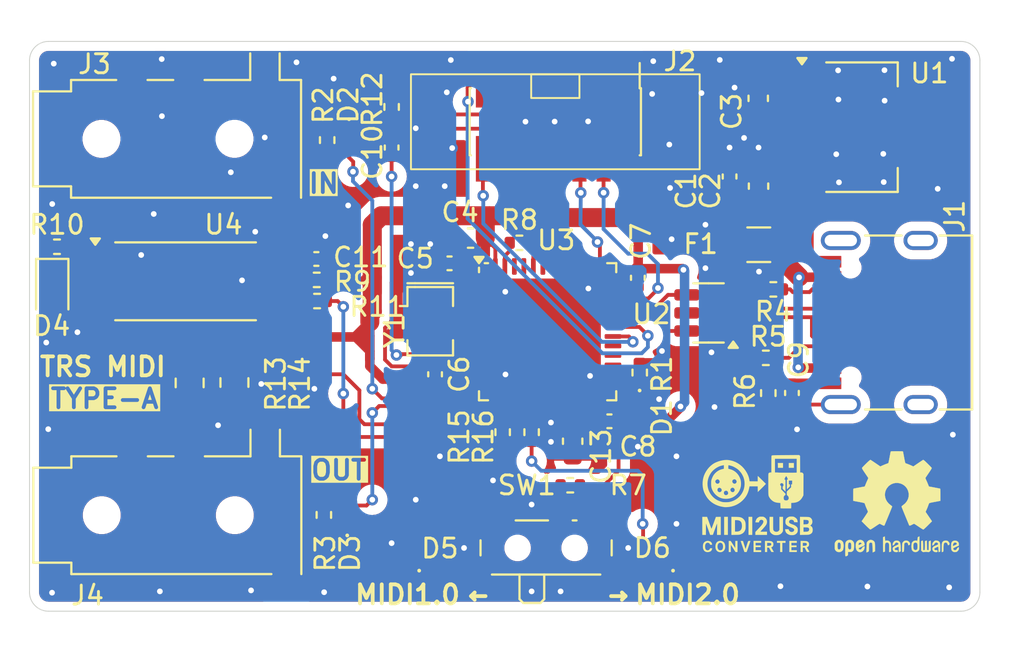
<source format=kicad_pcb>
(kicad_pcb (version 20240108) (generator "pcbnew") (generator_version "8.0")
  (layers (0 "F.Cu" signal) (31 "B.Cu" signal) (34 "B.Paste" user) (35 "F.Paste" user) (36 "B.SilkS" user "B.Silkscreen") (37 "F.SilkS" user "F.Silkscreen") (38 "B.Mask" user) (39 "F.Mask" user) (44 "Edge.Cuts" user))
  (net 0 "")
  (net 1 "+5V")
  (net 2 "GND")
  (net 3 "+3.3V")
  (net 4 "Net-(J1-SHIELD)")
  (net 5 "NRST")
  (net 6 "Net-(D1-K)")
  (net 7 "Net-(D2-K)")
  (net 8 "RxLED")
  (net 9 "TxLED")
  (net 10 "Net-(D3-K)")
  (net 11 "Net-(D4-A)")
  (net 12 "Net-(D4-K)")
  (net 13 "VBUS")
  (net 14 "Net-(J1-CC2)")
  (net 16 "/D-")
  (net 17 "Net-(J1-CC1)")
  (net 19 "/D+")
  (net 21 "USART1_TX")
  (net 23 "SYS_SWCLK")
  (net 25 "USART1_RX")
  (net 27 "SYS_SWDIO")
  (net 29 "Net-(J2-GNDDetect)")
  (net 32 "Net-(J3-PadR1)")
  (net 33 "Net-(J4-PadT)")
  (net 34 "Net-(J4-PadR1)")
  (net 35 "SETUP")
  (net 36 "Net-(U3-BOOT0)")
  (net 37 "MIDI_IN")
  (net 38 "MIDI_OUT")
  (net 39 "M1LED")
  (net 40 "USB_D+")
  (net 41 "USB_D-")
  (net 44 "Net-(U3-VCAP1)")
  (net 46 "Net-(U3-PH0)")
  (net 63 "Net-(U3-PH1)")
  (net 68 "Net-(U4-VO)")
  (net 69 "M2LED")
  (net 70 "Net-(D5-A)")
  (net 71 "Net-(D6-A)")
  (footprint "LED_SMD:LED_0402_1005Metric" (layer "F.Cu") (at 157.0975 119.47 -90)
    (property "Reference" "D1")
    (property "Value" "Green")
  )
  (footprint "Capacitor_SMD:C_0402_1005Metric" (layer "F.Cu") (at 161.83 107.112 90)
    (property "Reference" "C1")
    (property "Value" "0.1u")
  )
  (footprint "Resistor_SMD:R_0402_1005Metric" (layer "F.Cu") (at 150.7725 110.605 180)
    (property "Reference" "R8")
    (property "Value" "10k")
  )
  (footprint "Diode_SMD:D_SOD-323" (layer "F.Cu") (at 126.195 113.06 -90)
    (property "Reference" "D4")
    (property "Value" "1N4148WS")
  )
  (footprint "LED_SMD:LED_0402_1005Metric" (layer "F.Cu") (at 141.715 124.92 90)
    (property "Reference" "D3")
    (property "Value" "Green")
  )
  (footprint "Symbol:OSHW-Logo2_7.3x6mm_SilkScreen" (layer "F.Cu") (at 170.63 124.335)
    (property "Reference" "REF**" (hide yes))
    (property "Value" "OSHW-Logo2_7.3x6mm_SilkScreen" (hide yes))
  )
  (footprint "Resistor_SMD:R_0402_1005Metric" (layer "F.Cu") (at 140.66 105.195 -90)
    (property "Reference" "R2")
    (property "Value" "1k")
  )
  (footprint "Resistor_SMD:R_0402_1005Metric" (layer "F.Cu") (at 153.448 123.368)
    (property "Reference" "R7")
    (property "Value" "10k")
  )
  (footprint "Crystal:Resonator_SMD_Murata_CSTxExxV-3Pin_3.0x1.1mm" (layer "F.Cu") (at 146.082 114.732 -90)
    (property "Reference" "Y1")
    (property "Value" "8MHz")
  )
  (footprint "Capacitor_SMD:C_0402_1005Metric" (layer "F.Cu") (at 157.004 112.446 90)
    (property "Reference" "C7")
    (property "Value" "0.1u")
  )
  (footprint "Resistor_SMD:R_0402_1005Metric" (layer "F.Cu") (at 126.445 110.81 180)
    (property "Reference" "R10")
    (property "Value" "220")
  )
  (footprint "LED_SMD:LED_0402_1005Metric" (layer "F.Cu") (at 141.81 105.185 -90)
    (property "Reference" "D2")
    (property "Value" "Green")
  )
  (footprint "Resistor_SMD:R_0402_1005Metric" (layer "F.Cu") (at 140.13 113.67)
    (property "Reference" "R11")
    (property "Value" "100")
  )
  (footprint "Resistor_SMD:R_0805_2012Metric" (layer "F.Cu") (at 133.425 117.98 -90)
    (property "Reference" "R13")
    (property "Value" "33")
  )
  (footprint "LED_SMD:LED_0402_1005Metric" (layer "F.Cu") (at 157.766 127.864 180)
    (property "Reference" "D6")
    (property "Value" "Blue")
  )
  (footprint "Package_TO_SOT_SMD:SOT-223-3_TabPin2" (layer "F.Cu") (at 168.7675 104.515)
    (property "Reference" "U1")
    (property "Value" "NCP1117-3.3_SOT223")
  )
  (footprint "Resistor_SMD:R_0402_1005Metric" (layer "F.Cu") (at 140.11 112.555 180)
    (property "Reference" "R9")
    (property "Value" "1.5k")
  )
  (footprint "Capacitor_SMD:C_0603_1608Metric" (layer "F.Cu") (at 153.575 121.05 -90)
    (property "Reference" "C13")
    (property "Value" "2.2u")
  )
  (footprint "Connector_Audio:Jack_3.5mm_PJ320D_Horizontal" (layer "F.Cu") (at 133.575 124.945)
    (property "Reference" "J4")
    (property "Value" "AudioJack4")
  )
  (footprint "Resistor_SMD:R_0402_1005Metric" (layer "F.Cu") (at 149.892 120.574 -90)
    (property "Reference" "R15")
    (property "Value" "1.5k")
  )
  (footprint "Capacitor_SMD:C_0402_1005Metric" (layer "F.Cu") (at 146.336 117.526 -90)
    (property "Reference" "C6")
    (property "Value" "0.1u")
  )
  (footprint "Capacitor_SMD:C_0402_1005Metric" (layer "F.Cu") (at 155.51 120)
    (property "Reference" "C8")
    (property "Value" "0.1u")
  )
  (footprint "LED_SMD:LED_0402_1005Metric" (layer "F.Cu") (at 146.59 127.864)
    (property "Reference" "D5")
    (property "Value" "Red")
  )
  (footprint "Capacitor_SMD:C_0402_1005Metric" (layer "F.Cu") (at 165.1125 118.51 -90)
    (property "Reference" "C9")
    (property "Value" "4.7nF")
  )
  (footprint "Resistor_SMD:R_0402_1005Metric" (layer "F.Cu") (at 164.1325 113.055 180)
    (property "Reference" "R4")
    (property "Value" "5.1k")
  )
  (footprint "Button_Switch_SMD:SW_SPDT_PCM12" (layer "F.Cu") (at 152.178 126.34)
    (property "Reference" "SW1")
    (property "Value" "SW_SPDT_312")
  )
  (footprint "Package_DFN_QFN:QFN-48-1EP_7x7mm_P0.5mm_EP5.6x5.6mm" (layer "F.Cu") (at 152.2575 115.285)
    (property "Reference" "U3")
    (property "Value" "STM32F401CBU6")
  )
  (footprint "Package_SO:SO-6L_10x3.84mm_P1.27mm" (layer "F.Cu") (at 133.21 112.63)
    (property "Reference" "U4")
    (property "Value" "TLP2768A(D4-TP,E(T")
  )
  (footprint "Connector_USB:USB_C_Receptacle_G-Switch_GT-USB-7010ASV" (layer "F.Cu") (at 170.8075 114.8 90)
    (property "Reference" "J1")
    (property "Value" "USB_C_Receptacle_USB2.0_16P")
  )
  (footprint "Capacitor_SMD:C_0603_1608Metric" (layer "F.Cu") (at 163.354 107.62 90)
    (property "Reference" "C2")
    (property "Value" "10u")
  )
  (footprint "Resistor_SMD:R_0402_1005Metric" (layer "F.Cu") (at 144.05 103.45 -90)
    (property "Reference" "R12")
    (property "Value" "100")
  )
  (footprint "Resistor_SMD:R_0402_1005Metric" (layer "F.Cu") (at 151.416 120.574 -90)
    (property "Reference" "R16")
    (property "Value" "1.5k")
  )
  (footprint "Package_TO_SOT_SMD:SOT-23-6" (layer "F.Cu") (at 160.7225 114.295 180)
    (property "Reference" "U2")
    (property "Value" "USBLC6-2SC6")
  )
  (footprint "Fuse:Fuse_1206_3216Metric" (layer "F.Cu") (at 163.3675 110.705 180)
    (property "Reference" "F1")
    (property "Value" "6V 2.0A")
  )
  (footprint "Capacitor_SMD:C_0402_1005Metric" (layer "F.Cu") (at 140.09 111.455 180)
    (property "Reference" "C11")
    (property "Value" "0.1u")
  )
  (footprint "Capacitor_SMD:C_0402_1005Metric" (layer "F.Cu") (at 147.098 111.684)
    (property "Reference" "C5")
    (property "Value" "0.1u")
  )
  (footprint "Capacitor_SMD:C_0603_1608Metric" (layer "F.Cu") (at 163.3375 102.9975 90)
    (property "Reference" "C3")
    (property "Value" "10u")
  )
  (footprint "logo:midi2usb_logo" (layer "F.Cu") (at 163.25852 124.429967)
    (property "Reference" "G***" (hide yes))
    (property "Value" "LOGO" (hide yes))
  )
  (footprint "Resistor_SMD:R_0402_1005Metric" (layer "F.Cu") (at 163.7375 116.66 180)
    (property "Reference" "R5")
    (property "Value" "5.1k")
  )
  (footprint "Resistor_SMD:R_0402_1005Metric" (layer "F.Cu") (at 157.1025 117.435 90)
    (property "Reference" "R1")
    (property "Value" "1k")
  )
  (footprint "Resistor_SMD:R_0805_2012Metric" (layer "F.Cu") (at 135.78 117.96 -90)
    (property "Reference" "R14")
    (property "Value" "10")
  )
  (footprint "Capacitor_SMD:C_0603_1608Metric" (layer "F.Cu") (at 148.2025 110.355)
    (property "Reference" "C4")
    (property "Value" "4.7u")
  )
  (footprint "Resistor_SMD:R_0402_1005Metric" (layer "F.Cu") (at 140.485 124.93 90)
    (property "Reference" "R3")
    (property "Value" "1k")
  )
  (footprint "Connector_Audio:Jack_3.5mm_PJ320D_Horizontal" (layer "F.Cu") (at 133.56 105.13)
    (property "Reference" "J3")
    (property "Value" "AudioJack4")
  )
  (footprint "STDC14_SMD:STDC14_SMD" (layer "F.Cu") (at 152.6625 104.23 -90)
    (property "Reference" "J2")
    (property "Value" "Conn_ST_STDC14")
  )
  (footprint "Resistor_SMD:R_0402_1005Metric" (layer "F.Cu") (at 163.8675 118.515 -90)
    (property "Reference" "R6")
    (property "Value" "1M")
  )
  (footprint "Capacitor_SMD:C_0402_1005Metric" (layer "F.Cu") (at 144.05 105.588 90)
    (property "Reference" "C10")
    (property "Value" "0.1u")
  )
  (gr_arc (start 175 129) (mid 174.707107 129.707107) (end 174 130) (stroke (width 0.05)) (layer "Edge.Cuts"))
  (gr_arc (start 174 100) (mid 174.707107 100.292893) (end 175 101) (stroke (width 0.05)) (layer "Edge.Cuts"))
  (gr_line (start 125 129) (end 125 101) (stroke (width 0.05)) (layer "Edge.Cuts"))
  (gr_arc (start 125 101) (mid 125.292893 100.292893) (end 126 100) (stroke (width 0.05)) (layer "Edge.Cuts"))
  (gr_line (start 175 101) (end 175 129) (stroke (width 0.05)) (layer "Edge.Cuts"))
  (gr_line (start 126 100) (end 174 100) (stroke (width 0.05)) (layer "Edge.Cuts"))
  (gr_arc (start 126 130) (mid 125.292893 129.707107) (end 125 129) (stroke (width 0.05)) (layer "Edge.Cuts"))
  (gr_line (start 174 130) (end 126 130) (stroke (width 0.05)) (layer "Edge.Cuts"))
  (gr_text "MIDI2.0" (at 156.75 129.718 0) (layer "F.SilkS") (effects (font (size 1 1) (thickness 0.2) (bold yes)) (justify left bottom)))
  (gr_text "→" (at 155.226 129.718 0) (layer "F.SilkS") (effects (font (size 1 1) (thickness 0.2) (bold yes)) (justify left bottom)))
  (gr_text "←" (at 147.86 129.718 0) (layer "F.SilkS") (effects (font (size 1 1) (thickness 0.2) (bold yes)) (justify left bottom)))
  (gr_text "MIDI1.0" (at 142.018 129.718 0) (layer "F.SilkS") (effects (font (size 1 1) (thickness 0.2) (bold yes)) (justify left bottom)))
  (gr_text "IN" (at 139.585 108.065 0) (layer "F.SilkS" knockout) (effects (font (size 1 1) (thickness 0.2) (bold yes)) (justify left bottom)))
  (gr_text "OUT" (at 139.71 123.16 0) (layer "F.SilkS" knockout) (effects (font (size 1 1) (thickness 0.2) (bold yes)) (justify left bottom)))
  (gr_text "TRS MIDI" (at 125.44 117.715 0) (layer "F.SilkS") (effects (font (size 1 1) (thickness 0.2) (bold yes)) (justify left bottom)))
  (gr_text "TYPE-A" (at 126.01 119.395 0) (layer "F.SilkS" knockout) (effects (font (size 1 1) (thickness 0.2) (bold yes)) (justify left bottom)))
  (segment (start 160.7375 113.804999) (end 160.7375 113.0225) (width 0.2) (layer "F.Cu") (net 1))
  (segment (start 161.83 108.4925) (end 161.9475 108.61) (width 0.5) (layer "F.Cu") (net 1))
  (segment (start 165.3425 108.61) (end 165.6175 108.335) (width 0.2) (layer "F.Cu") (net 1))
  (segment (start 161.83 107.592) (end 161.83 108.4925) (width 0.5) (layer "F.Cu") (net 1))
  (segment (start 165.6175 106.815) (end 165.6175 108.335) (width 0.2) (layer "F.Cu") (net 1))
  (segment (start 159.585 114.295) (end 160.247499 114.295) (width 0.2) (layer "F.Cu") (net 1))
  (segment (start 165.6175 106.815) (end 165.6175 108.16) (width 0.2) (layer "F.Cu") (net 1))
  (segment (start 160.247499 114.295) (end 160.7375 113.804999) (width 0.2) (layer "F.Cu") (net 1))
  (segment (start 161.9475 108.61) (end 165.3425 108.61) (width 0.2) (layer "F.Cu") (net 1))
  (segment (start 161.9675 108.63) (end 161.9475 108.61) (width 1) (layer "F.Cu") (net 1))
  (segment (start 161.9675 110.705) (end 161.9675 108.63) (width 1) (layer "F.Cu") (net 1))
  (segment (start 161.9675 111.7925) (end 161.9675 110.705) (width 0.2) (layer "F.Cu") (net 1))
  (segment (start 165.6175 108.185) (end 165.6175 106.815) (width 1) (layer "F.Cu") (net 1))
  (segment (start 165.25375 108.67125) (end 165.1925 108.61) (width 0.2) (layer "F.Cu") (net 1))
  (segment (start 161.9475 110.685) (end 161.9675 110.705) (width 0.2) (layer "F.Cu") (net 1))
  (segment (start 160.7375 113.0225) (end 161.9675 111.7925) (width 0.2) (layer "F.Cu") (net 1))
  (segment (start 165.1925 108.61) (end 165.6175 108.185) (width 1) (layer "F.Cu") (net 1))
  (segment (start 161.9475 108.61) (end 165.1925 108.61) (width 1) (layer "F.Cu") (net 1))
  (segment (start 154.49 117.61) (end 154.5075 117.535) (width 0.2) (layer "F.Cu") (net 2))
  (segment (start 156.433186 112.935) (end 156.442186 112.926) (width 0.2) (layer "F.Cu") (net 2))
  (segment (start 148.138686 116.035) (end 148.82 116.035) (width 0.2) (layer "F.Cu") (net 2))
  (segment (start 152.1625 115.38) (end 152.195 115.38) (width 0.2) (layer "F.Cu") (net 2))
  (segment (start 136.255 113.9) (end 132.59 113.9) (width 0.2) (layer "F.Cu") (net 2))
  (segment (start 155.03 121.024) (end 155.03 120) (width 0.2) (layer "F.Cu") (net 2))
  (segment (start 154.5075 117.535) (end 152.2575 115.285) (width 0.2) (layer "F.Cu") (net 2))
  (segment (start 150.1525 113.18) (end 152.2575 115.285) (width 0.2) (layer "F.Cu") (net 2))
  (segment (start 146.59 110.668) (end 146.59 111.176) (width 0.2) (layer "F.Cu") (net 2))
  (segment (start 165.36 101.04) (end 165.6175 101.2975) (width 0.2) (layer "F.Cu") (net 2))
  (segment (start 151.5075 116.035) (end 152.1625 115.38) (width 0.2) (layer "F.Cu") (net 2))
  (segment (start 149.928 123.658) (end 149.384 123.114) (width 0.2) (layer "F.Cu") (net 2))
  (segment (start 161.86 114.295) (end 161.1625 114.295) (width 0.2) (layer "F.Cu") (net 2))
  (segment (start 153.575 121.825) (end 154.737 121.825) (width 0.2) (layer "F.Cu") (net 2))
  (segment (start 150.0075 112.975) (end 149.9875 112.995) (width 0.2) (layer "F.Cu") (net 2))
  (segment (start 154.972 121.082) (end 155.03 121.024) (width 0.2) (layer "F.Cu") (net 2))
  (segment (start 149.9875 112.995) (end 150.0075 113.015) (width 0.2) (layer "F.Cu") (net 2))
  (segment (start 136.18 112.58) (end 136.18 113.825) (width 0.2) (layer "F.Cu") (net 2))
  (segment (start 137.375 105.055) (end 138.925 105.055) (width 0.2) (layer "F.Cu") (net 2))
  (segment (start 150.0075 113.015) (end 150.0075 113.035) (width 0.2) (layer "F.Cu") (net 2))
  (segment (start 145.066 111.684) (end 146.618 111.684) (width 0.2) (layer "F.Cu") (net 2))
  (segment (start 163.3825 112.165) (end 163.4575 112.24) (width 0.2) (layer "F.Cu") (net 2))
  (segment (start 154.5075 119.6015) (end 154.5075 118.7225) (width 0.2) (layer "F.Cu") (net 2))
  (segment (start 165.61 102.2225) (end 165.6175 102.215) (width 0.2) (layer "F.Cu") (net 2))
  (segment (start 161.38 101.04) (end 165.36 101.04) (width 0.2) (layer "F.Cu") (net 2))
  (segment (start 163.3375 102.2225) (end 162.27 102.2225) (width 0.5) (layer "F.Cu") (net 2))
  (segment (start 167.0825 111.6) (end 166.32 111.6) (width 0.5) (layer "F.Cu") (net 2))
  (segment (start 145.19 104.12) (end 145.19 104.83) (width 0.2) (layer "F.Cu") (net 2))
  (segment (start 152.195 115.3475) (end 152.2575 115.285) (width 0.2) (layer "F.Cu") (net 2))
  (segment (start 147.127686 117.046) (end 146.336 117.046) (width 0.2) (layer "F.Cu") (net 2))
  (segment (start 154.5075 118.7225) (end 154.5075 117.6275) (width 0.2) (layer "F.Cu") (net 2))
  (segment (start 132.59 113.9) (end 132.165 114.325) (width 0.2) (layer "F.Cu") (net 2))
  (segment (start 147.127686 117.046) (end 148.138686 116.035) (width 0.2) (layer "F.Cu") (net 2))
  (segment (start 165.96 109.41) (end 166.08 109.53) (width 0.2) (layer "F.Cu") (net 2))
  (segment (start 156.4175 112.935) (end 156.3175 113.035) (width 0.2) (layer "F.Cu") (net 2))
  (segment (start 144.055471 117.11) (end 145.482 117.11) (width 0.2) (layer "F.Cu") (net 2))
  (segment (start 150.0075 111.29) (end 150.2625 111.035) (width 0.2) (layer "F.Cu") (net 2))
  (segment (start 157.7075 100.7) (end 157.7175 100.71) (width 0.2) (layer "F.Cu") (net 2))
  (segment (start 163.37 109.72) (end 163.37 112.1125) (width 0.2) (layer "F.Cu") (net 2))
  (segment (start 149.928 124.91) (end 149.928 123.658) (width 0.2) (layer "F.Cu") (net 2))
  (segment (start 163.3825 112.18) (end 163.3825 112.165) (width 0.2) (layer "F.Cu") (net 2))
  (segment (start 167.0825 118) (end 163.8725 118) (width 0.5) (layer "F.Cu") (net 2))
  (segment (start 157.1025 116.925) (end 159.5675 116.925) (width 0.2) (layer "F.Cu") (net 2))
  (segment (start 146.336 117.046) (end 145.546 117.046) (width 0.2) (layer "F.Cu") (net 2))
  (segment (start 156.442186 112.926) (end 157.004 112.926) (width 0.2) (layer "F.Cu") (net 2))
  (segment (start 154.425 113.035) (end 154.4 113.01) (width 0.2) (layer "F.Cu") (net 2))
  (segment (start 159.5675 116.925) (end 160.8975 115.595) (width 0.2) (layer "F.Cu") (net 2))
  (segment (start 157.815 101.04) (end 161.25 101.04) (width 0.2) (layer "F.Cu") (net 2))
  (segment (start 144.055471 117.11) (end 143.704 116.758529) (width 0.2) (layer "F.Cu") (net 2))
  (segment (start 163.354 105.588) (end 163.354 106.845) (width 0.5) (layer "F.Cu") (net 2))
  (segment (start 166.32 111.6) (end 166.005 111.285) (width 0.5) (layer "F.Cu") (net 2))
  (segment (start 163.56 109.53) (end 163.37 109.72) (width 0.2) (layer "F.Cu") (net 2))
  (segment (start 154.1125 100.7) (end 157.7075 100.7) (width 0.2) (layer "F.Cu") (net 2))
  (segment (start 145.03 103.96) (end 145.19 104.12) (width 0.2) (layer "F.Cu") (net 2))
  (segment (start 145.546 117.046) (end 145.482 117.11) (width 0.2) (layer "F.Cu") (net 2))
  (segment (start 140.57 110.255) (end 140.565 110.25) (width 0.2) (layer "F.Cu") (net 2))
  (segment (start 138.5 128.195) (end 138.5 125.06) (width 0.2) (layer "F.Cu") (net 2))
  (segment (start 162.0675 102.425) (end 162.1225 102.37) (width 0.5) (layer "F.Cu") (net 2))
  (segment (start 140.57 111.455) (end 140.57 110.255) (width 0.2) (layer "F.Cu") (net 2))
  (segment (start 160.8975 115.595) (end 161.9675 116.665) (width 0.2) (layer "F.Cu") (net 2))
  (segment (start 146.903 110.355) (end 146.59 110.668) (width 0.2) (layer "F.Cu") (net 2))
  (segment (start 154.5075 117.6275) (end 154.49 117.61) (width 0.2) (layer "F.Cu") (net 2))
  (segment (start 143.704 116.758529) (end 143.704 115.078) (width 0.2) (layer "F.Cu") (net 2))
  (segment (start 161.1625 114.295) (end 160.8975 114.56) (width 0.2) (layer "F.Cu") (net 2))
  (segment (start 146.618 111.204) (end 146.618 111.684) (width 0.2) (layer "F.Cu") (net 2))
  (segment (start 162.592 105.08) (end 163.1 105.588) (width 0.5) (layer "F.Cu") (net 2))
  (segment (start 152.195 115.38) (end 152.195 115.3475) (width 0.2) (layer "F.Cu") (net 2))
  (segment (start 132.165 114.325) (end 132.165 124.455) (width 0.2) (layer "F.Cu") (net 2))
  (segment (start 162.084 105.588) (end 162.592 105.08) (width 0.5) (layer "F.Cu") (net 2))
  (segment (start 157.7275 100.7) (end 157.815 101.04) (width 0.2) (layer "F.Cu") (net 2))
  (segment (start 163.8725 118) (end 163.8675 118.005) (width 0.5) (layer "F.Cu") (net 2))
  (segment (start 153.9325 100.88) (end 154.1125 100.7) (width 0.2) (layer "F.Cu") (net 2))
  (segment (start 136.18 113.825) (end 136.255 113.9) (width 0.2) (layer "F.Cu") (net 2))
  (segment (start 154.6225 112.875) (end 154.5075 113.035) (width 0.2) (layer "F.Cu") (net 2))
  (segment (start 144.05 114.732) (end 146.082 114.732) (width 0.2) (layer "F.Cu") (net 2))
  (segment (start 155.03 120) (end 154.906 120) (width 0.2) (layer "F.Cu") (net 2))
  (segment (start 150.0075 113.035) (end 150.03 113.0575) (width 0.2) (layer "F.Cu") (net 2))
  (segment (start 162.0925 102.43) (end 162.0675 102.425) (width 0.5) (layer "F.Cu") (net 2))
  (segment (start 148.82 116.035) (end 151.5075 116.035) (width 0.2) (layer "F.Cu") (net 2))
  (segment (start 163.1 105.588) (end 163.354 105.588) (width 0.5) (layer "F.Cu") (net 2))
  (segment (start 154.4 113.1425) (end 152.2575 115.285) (width 0.2) (layer "F.Cu") (net 2))
  (segment (start 156.3175 113.035) (end 155.695 113.035) (width 0.2) (layer "F.Cu") (net 2))
  (segment (start 162.27 102.2225) (end 162.0975 102.395) (width 0.5) (layer "F.Cu") (net 2))
  (segment (start 150.0075 111.8475) (end 150.0075 111.29) (width 0.2) (layer "F.Cu") (net 2))
  (segment (start 155.695 113.035) (end 154.425 113.035) (width 0.2) (layer "F.Cu") (net 2))
  (segment (start 163.56 109.5) (end 163.65 109.41) (width 0.2) (layer "F.Cu") (net 2))
  (segment (start 146.59 111.176) (end 146.618 111.204) (width 0.2) (layer "F.Cu") (net 2))
  (segment (start 154.6075 117.61) (end 154.49 117.61) (width 0.2) (layer "F.Cu") (net 2))
  (segment (start 161.9675 116.665) (end 161.9725 116.66) (width 0.2) (layer "F.Cu") (net 2))
  (segment (start 135.905 128.195) (end 138.5 128.195) (width 0.2) (layer "F.Cu") (net 2))
  (segment (start 138.925 105.055) (end 139.575 105.705) (width 0.2) (layer "F.Cu") (net 2))
  (segment (start 163.37 112.1125) (end 163.3775 112.12) (width 0.2) (layer "F.Cu") (net 2))
  (segment (start 163.3375 102.2225) (end 165.61 102.2225) (width 0.2) (layer "F.Cu") (net 2))
  (segment (start 144.05 112.7) (end 145.066 111.684) (width 0.2) (layer "F.Cu") (net 2))
  (segment (start 150.03 113.0575) (end 150.03 113.18) (width 0.2) (layer "F.Cu") (net 2))
  (segment (start 156.433186 112.935) (end 156.4175 112.935) (width 0.2) (layer "F.Cu") (net 2))
  (segment (start 152.6625 102.28) (end 153.9325 102.28) (width 0.2) (layer "F.Cu") (net 2))
  (segment (start 138.5 125.06) (end 139.14 124.42) (width 0.2) (layer "F.Cu") (net 2))
  (segment (start 143.935 103.96) (end 145.03 103.96) (width 0.2) (layer "F.Cu") (net 2))
  (segment (start 150.0075 111.8475) (end 150.0075 112.975) (width 0.2) (layer "F.Cu") (net 2))
  (segment (start 161.83 105.588) (end 162.084 105.588) (width 0.5) (layer "F.Cu") (net 2))
  (segment (start 154.906 120) (end 154.5075 119.6015) (width 0.2) (layer "F.Cu") (net 2))
  (segment (start 150.03 113.18) (end 150.1525 113.18) (width 0.2) (layer "F.Cu") (net 2))
  (segment (start 166.005 111.285) (end 166.005 109.605) (width 0.5) (layer "F.Cu") (net 2))
  (segment (start 161.25 101.04) (end 161.315 100.975) (width 0.2) (layer "F.Cu") (net 2))
  (segment (start 167.0825 111.6) (end 166.38 111.6) (width 0.2) (layer "F.Cu") (net 2))
  (segment (start 161.315 100.975) (end 161.38 101.04) (width 0.2) (layer "F.Cu") (net 2))
  (segment (start 160.8975 114.56) (end 160.8975 115.595) (width 0.2) (layer "F.Cu") (net 2))
  (segment (start 154.737 121.825) (end 154.972 121.59) (width 0.2) (layer "F.Cu") (net 2))
  (segment (start 139.14 124.42) (end 140.485 124.42) (width 0.2) (layer "F.Cu") (net 2))
  (segment (start 144.05 114.732) (end 144.05 112.7) (width 0.2) (layer "F.Cu") (net 2))
  (segment (start 162.0975 102.425) (end 162.0925 102.43) (width 0.5) (layer "F.Cu") (net 2))
  (segment (start 165.6175 101.2975) (end 165.6175 102.215) (width 0.2) (layer "F.Cu") (net 2))
  (segment (start 150.2625 111.035) (end 150.2625 110.605) (width 0.2) (layer "F.Cu") (net 2))
  (segment (start 143.704 115.078) (end 144.05 114.732) (width 0.2) (layer "F.Cu") (net 2))
  (segment (start 163.56 109.53) (end 163.56 109.5) (width 0.2) (layer "F.Cu") (net 2))
  (segment (start 147.4275 110.355) (end 146.903 110.355) (width 0.2) (layer "F.Cu") (net 2))
  (segment (start 154.5325 113.01) (end 154.4 113.01) (width 0.2) (layer "F.Cu") (net 2))
  (segment (start 157.7175 100.71) (end 157.7275 100.7) (width 0.2) (layer "F.Cu") (net 2))
  (segment (start 161.9725 116.66) (end 163.2275 116.66) (width 0.2) (layer "F.Cu") (net 2))
  (segment (start 161.83 106.632) (end 161.83 105.588) (width 0.5) (layer "F.Cu") (net 2))
  (segment (start 132.165 124.455) (end 135.905 128.195) (width 0.2) (layer "F.Cu") (net 2))
  (segment (start 154.972 121.59) (end 154.972 121.082) (width 0.2) (layer "F.Cu") (net 2))
  (segment (start 154.5075 113.035) (end 154.5325 113.01) (width 0.2) (layer "F.Cu") (net 2))
  (segment (start 163.6225 113.055) (end 163.6225 112.405) (width 0.2) (layer "F.Cu") (net 2))
  (segment (start 163.65 109.41) (end 165.96 109.41) (width 0.2) (layer "F.Cu") (net 2))
  (segment (start 137.955 113.88) (end 137.145 113.88) (width 0.2) (layer "F.Cu") (net 2))
  (segment (start 139.575 105.705) (end 140.66 105.705) (width 0.2) (layer "F.Cu") (net 2))
  (segment (start 163.6225 112.405) (end 163.3975 112.18) (width 0.2) (layer "F.Cu") (net 2))
  (segment (start 154.4 113.01) (end 154.4 113.1425) (width 0.2) (layer "F.Cu") (net 2))
  (segment (start 153.9325 102.28) (end 153.9325 100.88) (width 0.2) (layer "F.Cu") (net 2))
  (segment (start 163.3975 112.18) (end 163.3825 112.18) (width 0.2) (layer "F.Cu") (net 2))
  (segment (start 145.19 104.83) (end 145.26 104.9) (width 0.2) (layer "F.Cu") (net 2))
  (segment (start 137.96 113.9) (end 136.255 113.9) (width 0.2) (layer "F.Cu") (net 2))
  (segment (start 162.0975 102.395) (end 162.0975 102.425) (width 0.5) (layer "F.Cu") (net 2))
  (via (at 151.0925 104.225) (size 0.6) (drill 0.3) (layers "F.Cu" "B.Cu") (net 2))
  (via (at 173.5775 120.705) (size 0.6) (drill 0.3) (layers "F.Cu" "B.Cu") (net 2))
  (via (at 149.384 123.114) (size 0.6) (drill 0.3) (layers "F.Cu" "B.Cu") (net 2))
  (via (at 136.875 110.02) (size 0.6) (drill 0.3) (layers "F.Cu" "B.Cu") (net 2))
  (via (at 172.78 107.76) (size 0.6) (drill 0.3) (layers "F.Cu" "B.Cu") (net 2))
  (via (at 139.986 118.288) (size 0.6) (drill 0.3) (layers "F.Cu" "B.Cu") (net 2))
  (via (at 163.3775 112.12) (size 0.6) (drill 0.3) (layers "F.Cu" "B.Cu") (net 2))
  (via (at 151.416 128.956) (size 0.6) (drill 0.3) (layers "F.Cu" "B.Cu") (net 2))
  (via (at 134.92 120.21) (size 0.6) (drill 0.3) (layers "F.Cu" "B.Cu") (net 2))
  (via (at 131.535 109.085) (size 0.6) (drill 0.3) (layers "F.Cu" "B.Cu") (net 2))
  (via (at 127.52 115.31) (size 0.6) (drill 0.3) (layers "F.Cu" "B.Cu") (net 2))
  (via (at 161.315 100.975) (size 0.6) (drill 0.3) (layers "F.Cu" "B.Cu") (net 2))
  (via (at 139.045 101.1) (size 0.6) (drill 0.3) (layers "F.Cu" "B.Cu") (net 2))
  (via (at 126.195 108.56) (size 0.6) (drill 0.3) (layers "F.Cu" "B.Cu") (net 2))
  (via (at 161.0375 119.25) (size 0.6) (drill 0.3) (layers "F.Cu" "B.Cu") (net 2))
  (via (at 169.98 101.515) (size 0.6) (drill 0.3) (layers "F.Cu" "B.Cu") (net 2))
  (via (at 140.565 110.25) (size 0.6) (drill 0.3) (layers "F.Cu" "B.Cu") (net 2))
  (via (at 147.2375 105.615) (size 0.6) (drill 0.3) (layers "F.Cu" "B.Cu") (net 2))
  (via (at 152.6275 104.22) (size 0.6) (drill 0.3) (layers "F.Cu" "B.Cu") (net 2))
  (via (at 159.036 121.844) (size 0.6) (drill 0.3) (layers "F.Cu" "B.Cu") (net 2))
  (via (at 147.165 100.98) (size 0.6) (drill 0.3) (layers "F.Cu" "B.Cu") (net 2))
  (via (at 159.036 125.4) (size 0.6) (drill 0.3) (layers "F.Cu" "B.Cu") (net 2))
  (via (at 160.3525 102.72) (size 0.6) (drill 0.3) (layers "F.Cu" "B.Cu") (net 2))
  (via (at 125.985 120.415) (size 0.6) (drill 0.3) (layers "F.Cu" "B.Cu") (net 2))
  (via (at 140.5 129) (size 0.6) (drill 0.3) (layers "F.Cu" "B.Cu") (net 2))
  (via (at 152.432 120.066) (size 0.6) (drill 0.3) (layers "F.Cu" "B.Cu") (net 2))
  (via (at 146.59 121.844) (size 0.6) (drill 0.3) (layers "F.Cu" "B.Cu") (net 2))
  (via (at 131.955 100.93) (size 0.6) (drill 0.3) (layers "F.Cu" "B.Cu") (net 2))
  (via (at 144.05 126.416) (size 0.6) (drill 0.3) (layers "F.Cu" "B.Cu") (net 2))
  (via (at 161.83 105.588) (size 0.6) (drill 0.3) (layers "F.Cu" "B.Cu") (net 2))
  (via (at 160.8775 116.37) (size 0.6) (drill 0.3) (layers "F.Cu" "B.Cu") (net 2))
  (via (at 158.66 105.43) (size 0.6) (drill 0.3) (layers "F.Cu" "B.Cu") (net 2))
  (via (at 169.9175 105.92) (size 0.6) (drill 0.3) (layers "F.Cu" "B.Cu") (net 2))
  (via (at 137.192 118.034) (size 0.6) (drill 0.3) (layers "F.Cu" "B.Cu") (net 2))
  (via (at 158.7 107.715) (size 0.6) (drill 0.3) (layers "F.Cu" "B.Cu") (net 2))
  (via (at 167.585 107.42) (size 0.6) (drill 0.3) (layers "F.Cu" "B.Cu") (net 2))
  (via (at 147.86 126.67) (size 0.6) (drill 0.3) (layers "F.Cu" "B.Cu") (net 2))
  (via (at 152.432 121.082) (size 0.6) (drill 0.3) (layers "F.Cu" "B.Cu") (net 2))
  (via (at 126.185 129.025) (size 0.6) (drill 0.3) (layers "F.Cu" "B.Cu") (net 2))
  (via (at 137.375 105.055) (size 0.6) (drill 0.3) (layers "F.Cu" "B.Cu") (net 2))
  (via (at 162.0925 102.43) (size 0.6) (drill 0.3) (layers "F.Cu" "B.Cu") (net 2))
  (via (at 169.0825 128.7) (size 0.6) (drill 0.3) (layers "F.Cu" "B.Cu") (net 2))
  (via (at 135.59 106.89) (size 0.6) (drill 0.3) (layers "F.Cu" "B.Cu") (net 2))
  (via (at 145.066 110.668) (size 0.6) (drill 0.3) (layers "F.Cu" "B.Cu") (net 2))
  (via (at 158.782 110.414) (size 0.6) (drill 0.3) (layers "F.Cu" "B.Cu") (net 2))
  (via (at 173.3825 128.745) (size 0.6) (drill 0.3) (layers "F.Cu" "B.Cu") (net 2))
  (via (at 151.416 124.384) (size 0.6) (drill 0.3) (layers "F.Cu" "B.Cu") (net 2))
  (via (at 136.655 128.905) (size 0.6) (drill 0.3) (layers "F.Cu" "B.Cu") (net 2))
  (via (at 167.4425 105.94) (size 0.6) (drill 0.3) (layers "F.Cu" "B.Cu") (net 2))
  (via (at 169.9875 103.12) (size 0.6) (drill 0.3) (layers "F.Cu" "B.Cu") (net 2))
  (via (at 145.32 124.13) (size 0.6) (drill 0.3) (layers "F.Cu" "B.Cu") (net 2))
  (via (at 157.815 101.04) (size 0.6) (drill 0.3) (layers "F.Cu" "B.Cu") (net 2))
  (via (at 164.5075 128.685) (size 0.6) (drill 0.3) (layers "F.Cu" "B.Cu") (net 2))
  (via (at 160.56 111.938) (size 0.6) (drill 0.3) (layers "F.Cu" "B.Cu") (net 2))
  (via (at 163.354 105.588) (size 0.6) (drill 0.3) (layers "F.Cu" "B.Cu") (net 2))
  (via (at 126.275 101.17) (size 0.6) (drill 0.3) (layers "F.Cu" "B.Cu") (net 2))
  (via (at 157.004 121.336) (size 0.6) (drill 0.3) (layers "F.Cu" "B.Cu") (net 2))
  (via (at 150.03 113.18) (size 0.6) (drill 0.3) (layers "F.Cu" "B.Cu") (net 2))
  (via (at 160.56 109.652) (size 0.6) (drill 0.3) (layers "F.Cu" "B.Cu") (net 2))
  (via (at 169.94 107.405) (size 0.6) (drill 0.3) (layers "F.Cu" "B.Cu") (net 2))
  (via (at 146.844 107.62) (size 0.6) (drill 0.3) (layers "F.Cu" "B.Cu") (net 2))
  (via (at 157.7575 102.765) (size 0.6) (drill 0.3) (layers "F.Cu" "B.Cu") (net 2))
  (via (at 152.94 128.956) (size 0.6) (drill 0.3) (layers "F.Cu" "B.Cu") (net 2))
  (via (at 145.066 112.192) (size 0.6) (drill 0.3) (layers "F.Cu" "B.Cu") (net 2))
  (via (at 130.875 111.245) (size 0.6) (drill 0.3) (layers "F.Cu" "B.Cu") (net 2))
  (via (at 173.5325 100.915) (size 0.6) (drill 0.3) (layers "F.Cu" "B.Cu") (net 2))
  (via (at 141.764 108.636) (size 0.6) (drill 0.3) (layers "F.Cu" "B.Cu") (net 2))
  (via (at 158.2725 116.3) (size 0.6) (drill 0.3) (layers "F.Cu" "B.Cu") (net 2))
  (via (at 156.496 126.67) (size 0.6) (drill 0.3) (layers "F.Cu" "B.Cu") (net 2))
  (via (at 146.082 110.668) (size 0.6) (drill 0.3) (layers "F.Cu" "B.Cu") (net 2))
  (via (at 165.38 120.425) (size 0.6) (drill 0.3) (layers "F.Cu" "B.Cu") (net 2))
  (via (at 145.32 107.62) (size 0.6) (drill 0.3) (layers "F.Cu" "B.Cu") (net 2))
  (via (at 162.592 105.08) (size 0.6) (drill 0.3) (layers "F.Cu" "B.Cu") (net 2))
  (via (at 131.965 103.935) (size 0.6) (drill 0.3) (layers "F.Cu" "B.Cu") (net 2))
  (via (at 154.4 113.01) (size 0.6) (drill 0.3) (layers "F.Cu" "B.Cu") (net 2))
  (via (at 131.858 128.956) (size 0.6) (drill 0.3) (layers "F.Cu" "B.Cu") (net 2))
  (via (at 158.1225 118.835) (size 0.6) (drill 0.3) (layers "F.Cu" "B.Cu") (net 2))
  (via (at 125.88 115.855) (size 0.6) (drill 0.3) (layers "F.Cu" "B.Cu") (net 2))
  (via (at 150.04 117.535) (size 0.6) (drill 0.3) (layers "F.Cu" "B.Cu") (net 2))
  (via (at 154.3875 104.21) (size 0.6) (drill 0.3) (layers "F.Cu" "B.Cu") (net 2))
  (via (at 167.5575 103.06) (size 0.6) (drill 0.3) (layers "F.Cu" "B.Cu") (net 2))
  (via (at 146.9525 102.68) (size 0.6) (drill 0.3) (layers "F.Cu" "B.Cu") (net 2))
  (via (at 141 101.96) (size 0.6) (drill 0.3) (layers "F.Cu" "B.Cu") (net 2))
  (via (at 167.54 101.525) (size 0.6) (drill 0.3) (layers "F.Cu" "B.Cu") (net 2))
  (via (at 145.32 104.572) (size 0.6) (drill 0.3) (layers "F.Cu" "B.Cu") (net 2))
  (via (at 136.18 112.58) (size 0.6) (drill 0.3) (layers "F.Cu" "B.Cu") (net 2))
  (via (at 154.49 117.61) (size 0.6) (drill 0.3) (layers "F.Cu" "B.Cu") (net 2))
  (segment (start 163.3775 112.12) (end 163.3825 112.115) (width 0.5) (layer "B.Cu") (net 2))
  (segment (start 163.3825 112.125) (end 163.3775 112.12) (width 0.5) (layer "B.Cu") (net 2))
  (segment (start 163.3825 112.18) (end 163.3825 112.125) (width 0.5) (layer "B.Cu") (net 2))
  (segment (start 142.839 115.56) (end 142.904 115.495) (width 0.5) (layer "F.Cu") (net 3))
  (segment (start 155.425 109.275) (end 156.1925 109.275) (width 1) (layer "F.Cu") (net 3))
  (segment (start 157.56 108.645) (end 157.56 108.7725) (width 0.2) (layer "F.Cu") (net 3))
  (segment (start 138.94 111.455) (end 138.825 111.34) (width 0.2) (layer "F.Cu") (net 3))
  (segment (start 140.62 112.555) (end 142.018 112.555) (width 0.2) (layer "F.Cu") (net 3))
  (segment (start 140.62 112.555) (end 140.62 112.145) (width 0.2) (layer "F.Cu") (net 3))
  (segment (start 138.825 111.34) (end 137.955 111.34) (width 0.2) (layer "F.Cu") (net 3))
  (segment (start 143.947653 117.78) (end 144.225 117.78) (width 0.5) (layer "F.Cu") (net 3))
  (segment (start 163.3375 103.7725) (end 163.61 103.7725) (width 1) (layer "F.Cu") (net 3))
  (segment (start 143.034 109.652) (end 143.034 111.938) (width 1) (layer "F.Cu") (net 3))
  (segment (start 148.9775 110.355) (end 148.9775 110.71) (width 0.2) (layer "F.Cu") (net 3))
  (segment (start 147.578 111.684) (end 148.5185 111.684) (width 0.5) (layer "F.Cu") (net 3))
  (segment (start 157.0225 109.31) (end 157.0575 109.275) (width 0.5) (layer "F.Cu") (net 3))
  (segment (start 156.1925 109.275) (end 157.0575 109.275) (width 1) (layer "F.Cu") (net 3))
  (segment (start 156.1925 109.275) (end 156.2275 109.275) (width 0.2) (layer "F.Cu") (net 3))
  (segment (start 147.266448 117.446) (end 147.293372 117.446) (width 0.2) (layer "F.Cu") (net 3))
  (segment (start 159.2275 119.23) (end 159.2825 119.23) (width 0.5) (layer "F.Cu") (net 3))
  (segment (start 143.506 109.18) (end 143.034 109.652) (width 1) (layer "F.Cu") (net 3))
  (segment (start 157.0225 110.07) (end 157.8175 109.275) (width 0.2) (layer "F.Cu") (net 3))
  (segment (start 159.2275 119.285) (end 159.2275 119.23) (width 0.5) (layer "F.Cu") (net 3))
  (segment (start 142.018 112.555) (end 142.381 112.555) (width 0.2) (layer "F.Cu") (net 3))
  (segment (start 152.432 109.275) (end 155.425 109.275) (width 1) (layer "F.Cu") (net 3))
  (segment (start 157.265 104.235) (end 157.56 104.53) (width 0.2) (layer "F.Cu") (net 3))
  (segment (start 155.0075 119.1715) (end 155.0075 118.7225) (width 0.2) (layer "F.Cu") (net 3))
  (segment (start 159.2825 119.23) (end 159.2125 119.3) (width 0.5) (layer "F.Cu") (net 3))
  (segment (start 157.56 108.645) (end 157.56 108.9175) (width 0.2) (layer "F.Cu") (net 3))
  (segment (start 142.904 114.775) (end 142.904 114.354) (width 1) (layer "F.Cu") (net 3))
  (segment (start 159.4525 109.275) (end 160.2575 108.47) (width 1) (layer "F.Cu") (net 3))
  (segment (start 143.586661 117.78) (end 144.225 117.78) (width 0.5) (layer "F.Cu") (net 3))
  (segment (start 155.365 104.235) (end 157.265 104.235) (width 0.2) (layer "F.Cu") (net 3))
  (segment (start 165.6175 104.515) (end 171.9175 104.515) (width 1) (layer "F.Cu") (net 3))
  (segment (start 139.67 111.935) (end 139.61 111.875) (width 0.2) (layer "F.Cu") (net 3))
  (segment (start 141.705 115.56) (end 142.164 115.56) (width 0.5) (layer "F.Cu") (net 3))
  (segment (start 147.578 111.684) (end 147.578 112.418) (width 0.2) (layer "F.Cu") (net 3))
  (segment (start 161.1575 103.78) (end 161.3025 103.925) (width 0.2) (layer "F.Cu") (net 3))
  (segment (start 143.034 111.938) (end 143.034 112.446) (width 1) (layer "F.Cu") (net 3))
  (segment (start 155.99 122.604) (end 155.226 123.368) (width 0.2) (layer "F.Cu") (net 3))
  (segment (start 142.904 116.665) (end 142.904 116.736347) (width 0.5) (layer "F.Cu") (net 3))
  (segment (start 157.0975 119.955) (end 158.5575 119.955) (width 0.5) (layer "F.Cu") (net 3))
  (segment (start 161.3025 103.925) (end 161.455 103.7725) (width 1) (layer "F.Cu") (net 3))
  (segment (start 160.925 104.3025) (end 161.3025 103.925) (width 1) (layer "F.Cu") (net 3))
  (segment (start 157.0225 111.9475) (end 157.004 111.966) (width 0.5) (layer "F.Cu") (net 3))
  (segment (start 142.78 114.224) (end 143.034 114.224) (width 0.2) (layer "F.Cu") (net 3))
  (segment (start 149.1975 109.18) (end 148.9775 109.4) (width 1) (layer "F.Cu") (net 3))
  (segment (start 146.336 118.006) (end 146.706448 118.006) (width 0.2) (layer "F.Cu") (net 3))
  (segment (start 147.695 112.535) (end 148.82 112.535) (width 0.2) (layer "F.Cu") (net 3))
  (segment (start 163.61 103.7725) (end 164.3525 104.515) (width 1) (layer "F.Cu") (net 3))
  (segment (start 158.5 109.275) (end 159.4525 109.275) (width 1) (layer "F.Cu") (net 3))
  (segment (start 161.455 103.7725) (end 162.6825 103.7725) (width 1) (layer "F.Cu") (net 3))
  (segment (start 141.705 115.56) (end 142.119 115.56) (width 0.5) (layer "F.Cu") (net 3))
  (segment (start 139.61 111.455) (end 138.94 111.455) (width 0.2) (layer "F.Cu") (net 3))
  (segment (start 157.9175 109.275) (end 158.5 109.275) (width 1) (layer "F.Cu") (net 3))
  (segment (start 157.0225 110.07) (end 157.0225 109.31) (width 0.5) (layer "F.Cu") (net 3))
  (segment (start 143.947653 117.78) (end 144.515 117.78) (width 0.5) (layer "F.Cu") (net 3))
  (segment (start 142.904 114.354) (end 143.034 114.224) (width 1) (layer "F.Cu") (net 3))
  (segment (start 148.5185 111.684) (end 148.9775 111.225) (width 0.5) (layer "F.Cu") (net 3))
  (segment (start 140.57 112.095) (end 140.23 112.095) (width 0.2) (layer "F.Cu") (net 3))
  (segment (start 157.0525 120) (end 157.0975 119.955) (width 0.2) (layer "F.Cu") (net 3))
  (segment (start 144.225 117.78) (end 144.515 117.78) (width 0.5) (layer "F.Cu") (net 3))
  (segment (start 133.95 115.56) (end 141.705 115.56) (width 0.5) (layer "F.Cu") (net 3))
  (segment (start 142.904 117.097339) (end 143.586661 117.78) (width 0.5) (layer "F.Cu") (net 3))
  (segment (start 158.19 109.275) (end 158.5 109.275) (width 0.2) (layer "F.Cu") (net 3))
  (segment (start 155.99 120) (end 157.0525 120) (width 0.2) (layer "F.Cu") (net 3))
  (segment (start 157.0225 110.07) (end 157.0225 111.9475) (width 0.5) (layer "F.Cu") (net 3))
  (segment (start 142.904 116.3) (end 142.904 117.097339) (width 0.5) (layer "F.Cu") (net 3))
  (segment (start 156.722 111.966) (end 157.004 111.966) (width 0.2) (layer "F.Cu") (net 3))
  (segment (start 140.07 111.935) (end 139.67 111.935) (width 0.2) (layer "F.Cu") (net 3))
  (segment (start 157.56 108.645) (end 158.19 109.275) (width 0.2) (layer "F.Cu") (net 3))
  (segment (start 155.2025 102.28) (end 155.2025 104.0725) (width 0.2) (layer "F.Cu") (net 3))
  (segment (start 155.695 112.535) (end 156.153 112.535) (width 0.2) (layer "F.Cu") (net 3))
  (segment (start 157.0575 109.275) (end 157.9175 109.275) (width 1) (layer "F.Cu") (net 3))
  (segment (start 133.425 116.085) (end 133.95 115.56) (width 0.5) (layer "F.Cu") (net 3))
  (segment (start 145.546 118.006) (end 146.336 118.006) (width 0.5) (layer "F.Cu") (net 3))
  (segment (start 149.5075 111.8475) (end 149.5075 110.885) (width 0.2) (layer "F.Cu") (net 3))
  (segment (start 162.275 103.7725) (end 162.6825 103.7725) (width 0.2) (layer "F.Cu") (net 3))
  (segment (start 160.39 104.8375) (end 160.925 104.3025) (width 1) (layer "F.Cu") (net 3))
  (segment (start 149.5075 110.885) (end 148.9775 110.355) (width 0.2) (layer "F.Cu") (net 3))
  (segment (start 147.578 112.418) (end 147.695 112.535) (width 0.2) (layer "F.Cu") (net 3))
  (segment (start 142.322 115.718) (end 142.904 116.3) (width 0.5) (layer "F.Cu") (net 3))
  (segment (start 142.381 112.555) (end 143.034 113.208) (width 0.2) (layer "F.Cu") (net 3))
  (segment (start 148.9775 110.355) (end 148.9775 109.4) (width 1) (layer "F.Cu") (net 3))
  (segment (start 156.93 109.275) (end 155.425 109.275) (width 0.2) (layer "F.Cu") (net 3))
  (segment (start 155.99 119.814) (end 155.566 119.39) (width 0.2) (layer "F.Cu") (net 3))
  (segment (start 164.3525 104.515) (end 165.6175 104.515) (width 1) (layer "F.Cu") (net 3))
  (segment (start 152.432 109.275) (end 152.337 109.18) (width 1) (layer "F.Cu") (net 3))
  (segment (start 157.56 108.7725) (end 157.0575 109.275) (width 0.2) (layer "F.Cu") (net 3))
  (segment (start 157.0675 119.985) (end 157.0975 119.955) (width 0.5) (layer "F.Cu") (net 3))
  (segment (start 142.164 115.56) (end 142.322 115.718) (width 0.5) (layer "F.Cu") (net 3))
  (segment (start 133.425 117.0675) (end 133.425 116.085) (width 0.5) (layer "F.Cu") (net 3))
  (segment (start 156.153 112.535) (end 156.722 111.966) (width 0.2) (layer "F.Cu") (net 3))
  (segment (start 142.925 112.555) (end 143.034 112.446) (width 0.2) (layer "F.Cu") (net 3))
  (segment (start 146.706448 118.006) (end 147.266448 117.446) (width 0.2) (layer "F.Cu") (net 3))
  (segment (start 155.99 120) (end 155.99 119.814) (width 0.2) (layer "F.Cu") (net 3))
  (segment (start 142.417 112.555) (end 143.034 111.938) (width 0.2) (layer "F.Cu") (net 3))
  (segment (start 143.034 112.446) (end 143.034 113.208) (width 1) (layer "F.Cu") (net 3))
  (segment (start 144.515 117.78) (end 145.32 117.78) (width 0.5) (layer "F.Cu") (net 3))
  (segment (start 148.9775 111.225) (end 148.9775 110.355) (width 0.5) (layer "F.Cu") (net 3))
  (segment (start 142.904 115.495) (end 142.904 116.736347) (width 0.5) (layer "F.Cu") (net 3))
  (segment (start 160.2575 104.97) (end 160.39 104.8375) (width 1) (layer "F.Cu") (net 3))
  (segment (start 157.004 111.966) (end 159.3435 111.966) (width 0.5) (layer "F.Cu") (net 3))
  (segment (start 155.99 120) (end 155.99 122.604) (width 0.2) (layer "F.Cu") (net 3))
  (segment (start 157.56 108.645) (end 156.93 109.275) (width 0.2) (layer "F.Cu") (net 3))
  (segment (start 163.3375 103.7725) (end 162.6825 103.7725) (width 1) (layer "F.Cu") (net 3))
  (segment (start 141.705 115.56) (end 142.839 115.56) (width 0.5) (layer "F.Cu") (net 3))
  (segment (start 162.6825 103.7725) (end 162.675 103.78) (width 0.2) (layer "F.Cu") (net 3))
  (segment (start 160.2575 108.47) (end 160.2575 104.97) (width 1) (layer "F.Cu") (net 3))
  (segment (start 152.337 109.18) (end 149.1975 109.18) (width 1) (layer "F.Cu") (net 3))
  (segment (start 140.17 112.035) (end 140.07 111.935) (width 0.2) (layer "F.Cu") (net 3))
  (segment (start 155.226 123.368) (end 153.958 123.368) (width 0.2) (layer "F.Cu") (net 3))
  (segment (start 139.61 111.875) (end 139.61 111.455) (width 0.2) (layer "F.Cu") (net 3))
  (segment (start 145.32 117.78) (end 145.546 118.006) (width 0.5) (layer "F.Cu") (net 3))
  (segment (start 142.119 115.56) (end 142.904 114.775) (width 0.5) (layer "F.Cu") (net 3))
  (segment (start 157.8175 109.275) (end 157.9175 109.275) (width 0.2) (layer "F.Cu") (net 3))
  (segment (start 155.566 119.39) (end 155.226 119.39) (width 0.2) (layer "F.Cu") (net 3))
  (segment (start 155.226 119.39) (end 155.0075 119.1715) (width 0.2) (layer "F.Cu") (net 3))
  (segment (start 140.23 112.095) (end 140.17 112.035) (width 0.2) (layer "F.Cu") (net 3))
  (segment (start 142.018 112.555) (end 142.417 112.555) (width 0.2) (layer "F.Cu") (net 3))
  (segment (start 157.56 108.9175) (end 157.9175 109.275) (width 0.2) (layer "F.Cu") (net 3))
  (segment (start 140.62 112.145) (end 140.57 112.095) (width 0.2) (layer "F.Cu") (net 3))
  (segment (start 148.204372 116.535) (end 148.82 116.535) (width 0.2) (layer "F.Cu") (net 3))
  (segment (start 147.293372 117.446) (end 148.204372 116.535) (width 0.2) (layer "F.Cu") (net 3))
  (segment (start 155.2025 104.0725) (end 155.365 104.235) (width 0.2) (layer "F.Cu") (net 3))
  (segment (start 157.56 104.53) (end 157.56 108.645) (width 0.2) (layer "F.Cu") (net 3))
  (segment (start 142.904 114.775) (end 142.904 116.736348) (width 0.5) (layer "F.Cu") (net 3))
  (segment (start 143.034 111.938) (end 143.034 114.224) (width 1) (layer "F.Cu") (net 3))
  (segment (start 159.3435 111.966) (end 159.4025 112.025) (width 0.5) (layer "F.Cu") (net 3))
  (segment (start 149.1975 109.18) (end 143.506 109.18) (width 1) (layer "F.Cu") (net 3))
  (segment (start 142.018 112.555) (end 142.925 112.555) (width 0.2) (layer "F.Cu") (net 3))
  (segment (start 156.2275 109.275) (end 157.0225 110.07) (width 0.2) (layer "F.Cu") (net 3))
  (segment (start 158.5575 119.955) (end 159.2275 119.285) (width 0.5) (layer "F.Cu") (net 3))
  (via (at 159.2475 119.22) (size 0.6) (drill 0.3) (layers "F.Cu" "B.Cu") (net 3))
  (via (at 159.4025 112.025) (size 0.6) (drill 0.3) (layers "F.Cu" "B.Cu") (net 3))
  (segment (start 159.4025 112.025) (end 159.4025 112.05) (width 0.5) (layer "B.Cu") (net 3))
  (segment (start 159.4625 112.11) (end 159.4625 118.995) (width 0.5) (layer "B.Cu") (net 3))
  (segment (start 159.2475 119.21) (end 159.2475 119.22) (width 0.5) (layer "B.Cu") (net 3))
  (segment (start 159.2475 119.22) (end 159.2375 119.22) (width 0.5) (layer "B.Cu") (net 3))
  (segment (start 159.4625 118.995) (end 159.2475 119.21) (width 0.5) (layer "B.Cu") (net 3))
  (segment (start 159.3775 112.025) (end 159.4025 112.025) (width 0.5) (layer "B.Cu") (net 3))
  (segment (start 159.2375 119.22) (end 159.2275 119.23) (width 0.5) (layer "B.Cu") (net 3))
  (segment (start 159.4025 112.05) (end 159.4625 112.11) (width 0.5) (layer "B.Cu") (net 3))
  (segment (start 165.1125 118.99) (end 165.7025 118.99) (width 0.2) (layer "F.Cu") (net 4))
  (segment (start 165.8325 119.12) (end 167.6825 119.12) (width 0.2) (layer "F.Cu") (net 4))
  (segment (start 165.0775 119.025) (end 165.1125 118.99) (width 0.2) (layer "F.Cu") (net 4))
  (segment (start 163.8675 119.025) (end 165.0775 119.025) (width 0.2) (layer "F.Cu") (net 4))
  (segment (start 165.7025 118.99) (end 165.8325 119.12) (width 0.2) (layer "F.Cu") (net 4))
  (segment (start 144.304 116.51) (end 144.558 116.51) (width 0.2) (layer "F.Cu") (net 5))
  (segment (start 147.819 115.535) (end 147.498 115.856) (width 0.2) (layer "F.Cu") (net 5))
  (segment (start 150.1225 104.775) (end 150.1225 106.18) (width 0.2) (layer "F.Cu") (net 5))
  (segment (start 146.8575 104.595) (end 149.9425 104.595) (width 0.2) (layer "F.Cu") (net 5))
  (segment (start 144.05 106.068) (end 145.3845 106.068) (width 0.2) (layer "F.Cu") (net 5))
  (segment (start 149.9425 104.595) (end 150.1225 104.775) (width 0.2) (layer "F.Cu") (net 5))
  (segment (start 147.498 115.856) (end 147.498 116.11) (width 0.2) (layer "F.Cu") (net 5))
  (segment (start 144.304 116.51) (end 144.348 116.466) (width 0.2) (layer "F.Cu") (net 5))
  (segment (start 145.3845 106.068) (end 146.8575 104.595) (width 0.2) (layer "F.Cu") (net 5))
  (segment (start 147.901 115.535) (end 147.819 115.535) (width 0.2) (layer "F.Cu") (net 5))
  (segment (start 147.498 116.11) (end 147.352 116.256) (width 0.2) (layer "F.Cu") (net 5))
  (segment (start 144.05 106.068) (end 144.05 107.112) (width 0.2) (layer "F.Cu") (net 5))
  (segment (start 147.142 116.466) (end 147.352 116.256) (width 0.2) (layer "F.Cu") (net 5))
  (segment (start 144.348 116.466) (end 147.142 116.466) (width 0.2) (layer "F.Cu") (net 5))
  (segment (start 147.901 115.535) (end 148.82 115.535) (width 0.2) (layer "F.Cu") (net 5))
  (via (at 144.304 116.51) (size 0.6) (drill 0.3) (layers "F.Cu" "B.Cu") (net 5))
  (via (at 144.05 107.112) (size 0.6) (drill 0.3) (layers "F.Cu" "B.Cu") (net 5))
  (segment (start 144.304 116.51) (end 144.05 116.256) (width 0.2) (layer "B.Cu") (net 5))
  (segment (start 144.05 116.256) (end 144.05 116.002) (width 0.2) (layer "B.Cu") (net 5))
  (segment (start 144.05 116.002) (end 144.05 107.112) (width 0.2) (layer "B.Cu") (net 5))
  (segment (start 157.1025 118.98) (end 157.0975 118.985) (width 0.2) (layer "F.Cu") (net 6))
  (segment (start 157.1025 117.945) (end 157.1025 118.98) (width 0.2) (layer "F.Cu") (net 6))
  (segment (start 140.64 104.705) (end 140.66 104.685) (width 0.2) (layer "F.Cu") (net 7))
  (segment (start 140.66 104.685) (end 141.795 104.685) (width 0.2) (layer "F.Cu") (net 7))
  (segment (start 141.795 104.685) (end 141.81 104.7) (width 0.2) (layer "F.Cu") (net 7))
  (segment (start 143.542 118.796) (end 143.034 118.288) (width 0.2) (layer "F.Cu") (net 8))
  (segment (start 148.82 117.035) (end 148.270058 117.035) (width 0.2) (layer "F.Cu") (net 8))
  (segment (start 141.81 105.67) (end 141.81 106.115) (width 0.2) (layer "F.Cu") (net 8))
  (segment (start 147.432134 117.846) (end 146.482134 118.796) (width 0.2) (layer "F.Cu") (net 8))
  (segment (start 142.045 106.775) (end 142.035 106.765) (width 0.2) (layer "F.Cu") (net 8))
  (segment (start 142.03 106.335) (end 142.03 106.79) (width 0.2) (layer "F.Cu") (net 8))
  (segment (start 147.459058 117.846) (end 147.432134 117.846) (width 0.2) (layer "F.Cu") (net 8))
  (segment (start 141.81 106.115) (end 142.03 106.335) (width 0.2) (layer "F.Cu") (net 8))
  (segment (start 142.025 106.755) (end 142.025 106.775) (width 0.2) (layer "F.Cu") (net 8))
  (segment (start 148.270058 117.035) (end 147.459058 117.846) (width 0.2) (layer "F.Cu") (net 8))
  (segment (start 142.025 106.775) (end 142.045 106.775) (width 0.2) (layer "F.Cu") (net 8))
  (segment (start 146.482134 118.796) (end 143.542 118.796) (width 0.2) (layer "F.Cu") (net 8))
  (via (at 142.018 106.858) (size 0.6) (drill 0.3) (layers "F.Cu" "B.Cu") (net 8))
  (via (at 143.034 118.288) (size 0.6) (drill 0.3) (layers "F.Cu" "B.Cu") (net 8))
  (segment (start 142.018 106.802) (end 142.018 106.858) (width 0.2) (layer "B.Cu") (net 8))
  (segment (start 141.962 106.858) (end 142.025 106.795) (width 0.2) (layer "B.Cu") (net 8))
  (segment (start 142.018 107.366) (end 143.034 108.382) (width 0.2) (layer "B.Cu") (net 8))
  (segment (start 142.03 106.79) (end 142.018 106.802) (width 0.2) (layer "B.Cu") (net 8))
  (segment (start 142.018 106.858) (end 142.018 107.366) (width 0.2) (layer "B.Cu") (net 8))
  (segment (start 143.034 118.288) (end 143.034 108.382) (width 0.2) (layer "B.Cu") (net 8))
  (segment (start 142.018 106.858) (end 141.962 106.858) (width 0.2) (layer "B.Cu") (net 8))
  (segment (start 142.025 106.785) (end 142.03 106.79) (width 0.2) (layer "B.Cu") (net 8))
  (segment (start 143.396 119.196) (end 143.034 119.558) (width 0.2) (layer "F.Cu") (net 9))
  (segment (start 142.729 124.435) (end 143.034 124.13) (width 0.2) (layer "F.Cu") (net 9))
  (segment (start 148.335744 117.535) (end 146.674744 119.196) (width 0.2) (layer "F.Cu") (net 9))
  (segment (start 146.674744 119.196) (end 143.396 119.196) (width 0.2) (layer "F.Cu") (net 9))
  (segment (start 141.715 124.435) (end 142.729 124.435) (width 0.2) (layer "F.Cu") (net 9))
  (segment (start 148.82 117.535) (end 148.335744 117.535) (width 0.2) (layer "F.Cu") (net 9))
  (segment (start 148.82 117.535) (end 148.42432 117.535) (width 0.2) (layer "F.Cu") (net 9))
  (via (at 143.034 124.13) (size 0.6) (drill 0.3) (layers "F.Cu" "B.Cu") (net 9))
  (via (at 143.034 119.558) (size 0.6) (drill 0.3) (layers "F.Cu" "B.Cu") (net 9))
  (segment (start 143.034 119.558) (end 143.034 124.13) (width 0.2) (layer "B.Cu") (net 9))
  (segment (start 140.485 125.44) (end 141.68 125.44) (width 0.2) (layer "F.Cu") (net 10))
  (segment (start 141.68 125.44) (end 141.715 125.405) (width 0.2) (layer "F.Cu") (net 10))
  (segment (start 126.33 113.625) (end 127.19 113.625) (width 0.2) (layer "F.Cu") (net 11))
  (segment (start 137.395686 103.645) (end 137.235686 103.805) (width 0.2) (layer "F.Cu") (net 11))
  (segment (start 128.445 113.89) (end 128.455 113.88) (width 0.2) (layer "F.Cu") (net 11))
  (segment (start 130.17 110.255) (end 129.895 110.53) (width 0.2) (layer "F.Cu") (net 11))
  (segment (start 127.19 113.625) (end 127.455 113.89) (width 0.2) (layer "F.Cu") (net 11))
  (segment (start 134.375686 104.374314) (end 134.375686 108.7) (width 0.2) (layer "F.Cu") (net 11))
  (segment (start 129.535 113.885) (end 129.53 113.88) (width 0.2) (layer "F.Cu") (net 11))
  (segment (start 126.195 113.76) (end 126.33 113.625) (width 0.2) (layer "F.Cu") (net 11))
  (segment (start 137.395686 101.88) (end 137.395686 103.645) (width 0.2) (layer "F.Cu") (net 11))
  (segment (start 134.375686 108.7) (end 132.820686 110.255) (width 0.2) (layer "F.Cu") (net 11))
  (segment (start 132.820686 110.255) (end 130.17 110.255) (width 0.2) (layer "F.Cu") (net 11))
  (segment (start 137.235686 103.805) (end 134.945 103.805) (width 0.2) (layer "F.Cu") (net 11))
  (segment (start 126.195 114.11) (end 126.195 113.76) (width 0.2) (layer "F.Cu") (net 11))
  (segment (start 129.895 110.53) (end 129.895 113.525) (width 0.2) (layer "F.Cu") (net 11))
  (segment (start 127.455 113.89) (end 128.445 113.89) (width 0.2) (layer "F.Cu") (net 11))
  (segment (start 134.945 103.805) (end 134.375686 104.374314) (width 0.2) (layer "F.Cu") (net 11))
  (segment (start 129.53 113.88) (end 128.455 113.88) (width 0.2) (layer "F.Cu") (net 11))
  (segment (start 129.895 113.525) (end 129.535 113.885) (width 0.2) (layer "F.Cu") (net 11))
  (segment (start 125.935 110.81) (end 125.935 111.39) (width 0.2) (layer "F.Cu") (net 12))
  (segment (start 126.77 112.01) (end 127.42 111.36) (width 0.2) (layer "F.Cu") (net 12))
  (segment (start 127.42 111.36) (end 128.46 111.36) (width 0.2) (layer "F.Cu") (net 12))
  (segment (start 126.195 112.01) (end 126.195 111.635) (width 0.2) (layer "F.Cu") (net 12))
  (segment (start 126.195 112.01) (end 126.77 112.01) (width 0.2) (layer "F.Cu") (net 12))
  (segment (start 126.195 111.65) (end 126.195 112.01) (width 0.2) (layer "F.Cu") (net 12))
  (segment (start 125.935 111.39) (end 126.195 111.65) (width 0.2) (layer "F.Cu") (net 12))
  (segment (start 164.8975 111.83) (end 164.8975 110.835) (width 0.5) (layer "F.Cu") (net 13))
  (segment (start 165.4675 112.4) (end 165.4625 112.405) (width 0.5) (layer "F.Cu") (net 13))
  (segment (start 165.4325 117.2) (end 165.4625 117.2) (width 0.5) (layer "F.Cu") (net 13))
  (segment (start 164.8975 110.835) (end 164.7675 110.705) (width 0.5) (layer "F.Cu") (net 13))
  (segment (start 164.7675 111.67539) (end 165.489805 112.397695) (width 1) (layer "F.Cu") (net 13))
  (segment (start 167.0825 112.4) (end 165.4875 112.425) (width 0.5) (layer "F.Cu") (net 13))
  (segment (start 165.4775 112.41) (end 165.4675 112.4) (width 0.5) (layer "F.Cu") (net 13))
  (segment (start 165.4775 112.41) (end 164.8975 111.83) (width 0.5) (layer "F.Cu") (net 13))
  (segment (start 164.7675 110.705) (end 164.7675 111.67539) (width 1) (layer "F.Cu") (net 13))
  (segment (start 167.0825 117.2) (end 165.4325 117.2) (width 0.5) (layer "F.Cu") (net 13))
  (segment (start 164.7675 110.705) (end 164.7675 111.24) (width 0.2) (layer "F.Cu") (net 13))
  (segment (start 165.4875 112.425) (end 165.4775 112.41) (width 0.5) (layer "F.Cu") (net 13))
  (via (at 165.4425 117.16) (size 0.6) (drill 0.3) (layers "F.Cu" "B.Cu") (net 13))
  (via (at 165.4875 112.425) (size 0.6) (drill 0.3) (layers "F.Cu" "B.Cu") (net 13))
  (segment (start 165.4325 117.17) (end 165.4425 117.16) (width 0.5) (layer "B.Cu") (net 13))
  (segment (start 165.4325 117.2) (end 165.4325 117.17) (width 0.5) (layer "B.Cu") (net 13))
  (segment (start 165.4325 112.455) (end 165.4775 112.41) (width 0.5) (layer "B.Cu") (net 13))
  (segment (start 165.4425 117.16) (end 165.4325 117.15) (width 0.5) (layer "B.Cu") (net 13))
  (segment (start 165.4325 117.15) (end 165.4325 112.455) (width 0.5) (layer "B.Cu") (net 13))
  (segment (start 167.065 113.0675) (end 167.0825 113.05) (width 0.2) (layer "F.Cu") (net 14))
  (segment (start 164.6425 113.055) (end 165.01574 113.055) (width 0.2) (layer "F.Cu") (net 14))
  (segment (start 165.01574 113.055) (end 165.158435 113.197695) (width 0.2) (layer "F.Cu") (net 14))
  (segment (start 166.1825 113.05) (end 167.0825 113.05) (width 0.2) (layer "F.Cu") (net 14))
  (segment (start 166.034805 113.197695) (end 166.1825 113.05) (width 0.2) (layer "F.Cu") (net 14))
  (segment (start 165.158435 113.197695) (end 166.034805 113.197695) (width 0.2) (layer "F.Cu") (net 14))
  (segment (start 166.6125 114.55) (end 167.0825 114.55) (width 0.2) (layer "F.Cu") (net 16))
  (segment (start 166.2125 115.55) (end 166.1625 115.5) (width 0.2) (layer "F.Cu") (net 16))
  (segment (start 161.86 115.245) (end 162.853751 115.245) (width 0.2) (layer "F.Cu") (net 16))
  (segment (start 166.282672 114.52) (end 166.287672 114.525) (width 0.2) (layer "F.Cu") (net 16))
  (segment (start 166.1625 114.535) (end 166.1775 114.52) (width 0.2) (layer "F.Cu") (net 16))
  (segment (start 166.1775 114.52) (end 166.282672 114.52) (width 0.2) (layer "F.Cu") (net 16))
  (segment (start 166.1625 115.5) (end 166.1625 114.535) (width 0.2) (layer "F.Cu") (net 16))
  (segment (start 166.287672 114.525) (end 166.5875 114.525) (width 0.2) (layer "F.Cu") (net 16))
  (segment (start 167.0825 115.55) (end 166.2125 115.55) (width 0.2) (layer "F.Cu") (net 16))
  (segment (start 166.5875 114.525) (end 166.6125 114.55) (width 0.2) (layer "F.Cu") (net 16))
  (segment (start 163.578751 114.52) (end 166.1775 114.52) (width 0.2) (layer "F.Cu") (net 16))
  (segment (start 162.853751 115.245) (end 163.578751 114.52) (width 0.2) (layer "F.Cu") (net 16))
  (segment (start 165.5575 116.05) (end 164.9475 116.66) (width 0.2) (layer "F.Cu") (net 17))
  (segment (start 167.0825 116.05) (end 165.5575 116.05) (width 0.2) (layer "F.Cu") (net 17))
  (segment (start 164.9475 116.66) (end 164.2475 116.66) (width 0.2) (layer "F.Cu") (net 17))
  (segment (start 168.0025 114.1) (end 167.9525 114.05) (width 0.2) (layer "F.Cu") (net 19))
  (segment (start 166.6125 114.05) (end 167.0825 114.05) (width 0.2) (layer "F.Cu") (net 19))
  (segment (start 163.578751 114.07) (end 166.454878 114.07) (width 0.2) (layer "F.Cu") (net 19))
  (segment (start 161.86 113.345) (end 162.853751 113.345) (width 0.2) (layer "F.Cu") (net 19))
  (segment (start 162.853751 113.345) (end 163.578751 114.07) (width 0.2) (layer "F.Cu") (net 19))
  (segment (start 167.9525 114.05) (end 167.0825 114.05) (width 0.2) (layer "F.Cu") (net 19))
  (segment (start 168.0025 115) (end 168.0025 114.1) (width 0.2) (layer "F.Cu") (net 19))
  (segment (start 167.9525 115.05) (end 168.0025 115) (width 0.2) (layer "F.Cu") (net 19))
  (segment (start 167.0825 115.05) (end 167.9525 115.05) (width 0.2) (layer "F.Cu") (net 19))
  (segment (start 166.5875 114.075) (end 166.6125 114.05) (width 0.2) (layer "F.Cu") (net 19))
  (segment (start 166.459878 114.075) (end 166.5875 114.075) (width 0.2) (layer "F.Cu") (net 19))
  (segment (start 166.454878 114.07) (end 166.459878 114.075) (width 0.2) (layer "F.Cu") (net 19))
  (segment (start 148.8525 106.18) (end 148.8525 108.07) (width 0.2) (layer "F.Cu") (net 21))
  (segment (start 156.7975 115.8) (end 156.7975 115.82) (width 0.2) (layer "F.Cu") (net 21))
  (segment (start 156.7975 115.82) (end 156.8175 115.82) (width 0.2) (layer "F.Cu") (net 21))
  (segment (start 155.695 115.535) (end 156.5325 115.535) (width 0.2) (layer "F.Cu") (net 21))
  (segment (start 156.5325 115.535) (end 156.7975 115.8) (width 0.2) (layer "F.Cu") (net 21))
  (segment (start 156.8175 115.82) (end 156.7775 115.78) (width 0.2) (layer "F.Cu") (net 21))
  (segment (start 148.8525 108.07) (end 148.8725 108.09) (width 0.2) (layer "F.Cu") (net 21))
  (via (at 148.8675 108.125) (size 0.6) (drill 0.3) (layers "F.Cu" "B.Cu") (net 21))
  (via (at 156.7425 115.815) (size 0.6) (drill 0.3) (layers "F.Cu" "B.Cu") (net 21))
  (segment (start 155.1025 115.82) (end 155.0025 115.72) (width 0.2) (layer "B.Cu") (net 21))
  (segment (start 156.7975 115.82) (end 156.7475 115.82) (width 0.2) (layer "B.Cu") (net 21))
  (segment (start 148.8725 108.12) (end 148.8725 108.09) (width 0.2) (layer "B.Cu") (net 21))
  (segment (start 148.8675 108.125) (end 148.8725 108.12) (width 0.2) (layer "B.Cu") (net 21))
  (segment (start 156.7475 115.82) (end 156.7425 115.815) (width 0.2) (layer "B.Cu") (net 21))
  (segment (start 156.7425 115.815) (end 156.7375 115.82) (width 0.2) (layer "B.Cu") (net 21))
  (segment (start 148.8725 108.09) (end 148.8725 108.055) (width 0.2) (layer "B.Cu") (net 21))
  (segment (start 155.0025 115.72) (end 148.8725 109.59) (width 0.2) (layer "B.Cu") (net 21))
  (segment (start 148.8725 108.13) (end 148.8675 108.125) (width 0.2) (layer "B.Cu") (net 21))
  (segment (start 148.8725 109.59) (end 148.8725 108.13) (width 0.2) (layer "B.Cu") (net 21))
  (segment (start 156.7375 115.82) (end 155.1025 115.82) (width 0.2) (layer "B.Cu") (net 21))
  (segment (start 154.8575 110.56) (end 154.9575 110.66) (width 0.2) (layer "F.Cu") (net 23))
  (segment (start 154.9025 110.605) (end 154.9025 110.56) (width 0.2) (layer "F.Cu") (net 23))
  (segment (start 155.0075 111.8475) (end 155.0075 110.71) (width 0.2) (layer "F.Cu") (net 23))
  (segment (start 155.0075 110.71) (end 154.9025 110.605) (width 0.2) (layer "F.Cu") (net 23))
  (segment (start 154.8825 110.56) (end 154.8575 110.56) (width 0.2) (layer "F.Cu") (net 23))
  (segment (start 154.9025 110.56) (end 154.8825 110.56) (width 0.2) (layer "F.Cu") (net 23))
  (segment (start 153.9875 107.96) (end 153.9875 106.235) (width 0.2) (layer "F.Cu") (net 23))
  (segment (start 153.9875 106.235) (end 153.9325 106.18) (width 0.2) (layer "F.Cu") (net 23))
  (via (at 154.8825 110.56) (size 0.6) (drill 0.3) (layers "F.Cu" "B.Cu") (net 23))
  (via (at 154.0025 107.97) (size 0.6) (drill 0.3) (layers "F.Cu" "B.Cu") (net 23))
  (segment (start 153.9875 107.96) (end 153.9775 107.98) (width 0.2) (layer "B.Cu") (net 23))
  (segment (start 153.9875 107.96) (end 154.0025 107.97) (width 0.2) (layer "B.Cu") (net 23))
  (segment (start 153.9875 109.645) (end 154.9025 110.56) (width 0.2) (layer "B.Cu") (net 23))
  (segment (start 154.0025 107.97) (end 153.9875 109.645) (width 0.2) (layer "B.Cu") (net 23))
  (segment (start 157.0875 115.035) (end 157.5225 115.47) (width 0.2) (layer "F.Cu") (net 25))
  (segment (start 148.8525 102.28) (end 148.2175 102.28) (width 0.2) (layer "F.Cu") (net 25))
  (segment (start 155.695 115.035) (end 157.0875 115.035) (width 0.2) (layer "F.Cu") (net 25))
  (segment (start 148.2175 102.28) (end 148.0475 102.45) (width 0.2) (layer "F.Cu") (net 25))
  (segment (start 148.8425 102.29) (end 148.8525 102.28) (width 0.2) (layer "F.Cu") (net 25))
  (segment (start 148.0475 102.45) (end 148.0475 103.14) (width 0.2) (layer "F.Cu") (net 25))
  (via (at 157.5325 115.495) (size 0.6) (drill 0.3) (layers "F.Cu" "B.Cu") (net 25))
  (via (at 148.0675 103.17) (size 0.6) (drill 0.3) (layers "F.Cu" "B.Cu") (net 25))
  (segment (start 157.5325 115.495) (end 157.5325 115.48) (width 0.2) (layer "B.Cu") (net 25))
  (segment (start 157.5325 116.0975) (end 157.5325 115.495) (width 0.2) (layer "B.Cu") (net 25))
  (segment (start 157.5325 115.48) (end 157.5225 115.47) (width 0.2) (layer "B.Cu") (net 25))
  (segment (start 148.0475 103.15) (end 148.0675 103.17) (width 0.2) (layer "B.Cu") (net 25))
  (segment (start 148.0475 109.330686) (end 155.136814 116.42) (width 0.2) (layer "B.Cu") (net 25))
  (segment (start 148.0475 103.14) (end 148.0475 103.15) (width 0.2) (layer "B.Cu") (net 25))
  (segment (start 155.136814 116.42) (end 157.21 116.42) (width 0.2) (layer "B.Cu") (net 25))
  (segment (start 157.5475 115.495) (end 157.5325 115.495) (width 0.2) (layer "B.Cu") (net 25))
  (segment (start 157.21 116.42) (end 157.5325 116.0975) (width 0.2) (layer "B.Cu") (net 25))
  (segment (start 148.0475 103.19) (end 148.0475 109.330686) (width 0.2) (layer "B.Cu") (net 25))
  (segment (start 148.0675 103.17) (end 148.0475 103.19) (width 0.2) (layer "B.Cu") (net 25))
  (segment (start 155.695 113.535) (end 157.5575 113.535) (width 0.2) (layer "F.Cu") (net 27))
  (segment (start 158.0625 112.985) (end 158.1075 112.985) (width 0.2) (layer "F.Cu") (net 27))
  (segment (start 158.1075 112.985) (end 158.0375 113.055) (width 0.2) (layer "F.Cu") (net 27))
  (segment (start 155.2025 107.965) (end 155.1925 106.19) (width 0.2) (layer "F.Cu") (net 27))
  (segment (start 157.5575 113.535) (end 158.0225 113.07) (width 0.2) (layer "F.Cu") (net 27))
  (segment (start 155.1925 107.965) (end 155.2025 107.965) (width 0.2) (layer "F.Cu") (net 27))
  (segment (start 158.0225 113.07) (end 158.0225 112.985) (width 0.2) (layer "F.Cu") (net 27))
  (segment (start 158.0225 112.985) (end 158.0625 112.985) (width 0.2) (layer "F.Cu") (net 27))
  (segment (start 155.1925 106.19) (end 155.2025 106.18) (width 0.2) (layer "F.Cu") (net 27))
  (via (at 155.2025 107.965) (size 0.6) (drill 0.3) (layers "F.Cu" "B.Cu") (net 27))
  (via (at 158.0625 112.985) (size 0.6) (drill 0.3) (layers "F.Cu" "B.Cu") (net 27))
  (segment (start 155.2025 109.8825) (end 156.496 111.176) (width 0.2) (layer "B.Cu") (net 27))
  (segment (start 155.1925 108.01) (end 155.1925 107.965) (width 0.2) (layer "B.Cu") (net 27))
  (segment (start 158.0625 111.7265) (end 158.0625 112.985) (width 0.2) (layer "B.Cu") (net 27))
  (segment (start 155.2025 107.965) (end 155.2025 109.8825) (width 0.2) (layer "B.Cu") (net 27))
  (segment (start 157.512 111.176) (end 158.0625 111.7265) (width 0.2) (layer "B.Cu") (net 27))
  (segment (start 156.496 111.176) (end 157.512 111.176) (width 0.2) (layer "B.Cu") (net 27))
  (segment (start 155.1925 107.965) (end 155.1475 107.965) (width 0.2) (layer "B.Cu") (net 27))
  (segment (start 155.1475 107.965) (end 155.2275 108.045) (width 0.2) (layer "B.Cu") (net 27))
  (segment (start 149.9825 103.845) (end 146.4925 103.845) (width 0.2) (layer "F.Cu") (net 29))
  (segment (start 146.4925 103.845) (end 145.5875 102.94) (width 0.2) (layer "F.Cu") (net 29))
  (segment (start 145.5875 102.94) (end 143.9525 102.94) (width 0.2) (layer "F.Cu") (net 29))
  (segment (start 150.1225 103.705) (end 149.9825 103.845) (width 0.2) (layer "F.Cu") (net 29))
  (segment (start 150.1225 102.28) (end 150.1225 103.705) (width 0.2) (layer "F.Cu") (net 29))
  (segment (start 132.525 109.755) (end 127.235 109.755) (width 0.2) (layer "F.Cu") (net 32))
  (segment (start 133.395686 108.904314) (end 133.375686 108.904314) (width 0.2) (layer "F.Cu") (net 32))
  (segment (start 133.395686 101.88) (end 133.395686 108.904314) (width 0.2) (layer "F.Cu") (net 32))
  (segment (start 126.955 110.165) (end 126.955 110.81) (width 0.2) (layer "F.Cu") (net 32))
  (segment (start 133.375686 108.904314) (end 132.525 109.755) (width 0.2) (layer "F.Cu") (net 32))
  (segment (start 126.96 110.16) (end 126.955 110.165) (width 0.2) (layer "F.Cu") (net 32))
  (segment (start 126.96 110.03) (end 126.96 110.16) (width 0.2) (layer "F.Cu") (net 32))
  (segment (start 127.235 109.755) (end 126.96 110.03) (width 0.2) (layer "F.Cu") (net 32))
  (segment (start 135.66 119.37) (end 135.96 119.67) (width 0.2) (layer "F.Cu") (net 33))
  (segment (start 137.4 119.895) (end 137.4 121.695) (width 0.2) (layer "F.Cu") (net 33))
  (segment (start 137.175 119.67) (end 137.4 119.895) (width 0.2) (layer "F.Cu") (net 33))
  (segment (start 135.66 118.8125) (end 135.66 119.37) (width 0.2) (layer "F.Cu") (net 33))
  (segment (start 135.96 119.67) (end 137.175 119.67) (width 0.2) (layer "F.Cu") (net 33))
  (segment (start 133.415 121.68) (end 133.4 121.695) (width 0.2) (layer "F.Cu") (net 34))
  (segment (start 133.425 118.8925) (end 133.425 121.67) (width 0.5) (layer "F.Cu") (net 34))
  (segment (start 133.425 121.67) (end 133.4 121.695) (width 0.5) (layer "F.Cu") (net 34))
  (segment (start 150.5075 118.7225) (end 150.512 118.727) (width 0.2) (layer "F.Cu") (net 35))
  (segment (start 150.512 122.972) (end 150.908 123.368) (width 0.2) (layer "F.Cu") (net 35))
  (segment (start 150.512 118.727) (end 150.512 122.972) (width 0.2) (layer "F.Cu") (net 35))
  (segment (start 152.938 124.9) (end 152.928 124.91) (width 0.2) (layer "F.Cu") (net 35))
  (segment (start 150.5075 118.7225) (end 150.5075 119.2625) (width 0.2) (layer "F.Cu") (net 35))
  (segment (start 150.5075 119.240072) (end 150.5075 118.7225) (width 0.2) (layer "F.Cu") (net 35))
  (segment (start 150.908 123.368) (end 152.938 123.368) (width 0.2) (layer "F.Cu") (net 35))
  (segment (start 152.938 123.368) (end 152.938 124.9) (width 0.2) (layer "F.Cu") (net 35))
  (segment (start 151.5075 111.195) (end 151.5075 111.8475) (width 0.2) (layer "F.Cu") (net 36))
  (segment (start 151.2825 110.605) (end 151.2825 110.97) (width 0.2) (layer "F.Cu") (net 36))
  (segment (start 151.2825 110.97) (end 151.5075 111.195) (width 0.2) (layer "F.Cu") (net 36))
  (segment (start 149.5075 119.1805) (end 149.5075 118.7225) (width 0.2) (layer "F.Cu") (net 37))
  (segment (start 140.64 113.67) (end 141.21 113.67) (width 0.2) (layer "F.Cu") (net 37))
  (segment (start 141.51 120.066) (end 142.272 120.828) (width 0.2) (layer "F.Cu") (net 37))
  (segment (start 147.86 120.828) (end 149.5075 119.1805) (width 0.2) (layer "F.Cu") (net 37))
  (segment (start 141.21 113.67) (end 141.51 113.97) (width 0.2) (layer "F.Cu") (net 37))
  (segment (start 141.51 118.542) (end 141.51 120.066) (width 0.2) (layer "F.Cu") (net 37))
  (segment (start 142.272 120.828) (end 147.86 120.828) (width 0.2) (layer "F.Cu") (net 37))
  (via (at 141.51 118.542) (size 0.6) (drill 0.3) (layers "F.Cu" "B.Cu") (net 37))
  (via (at 141.51 113.97) (size 0.6) (drill 0.3) (layers "F.Cu" "B.Cu") (net 37))
  (segment (start 141.595 113.885) (end 141.51 113.97) (width 0.2) (layer "B.Cu") (net 37))
  (segment (start 141.51 118.542) (end 141.51 113.97) (width 0.2) (layer "B.Cu") (net 37))
  (segment (start 141.51 113.97) (end 141.595 114.055) (width 0.2) (layer "B.Cu") (net 37))
  (segment (start 141.595 113.87) (end 141.595 113.885) (width 0.2) (layer "B.Cu") (net 37))
  (segment (start 140.748 117.526) (end 141.51 117.526) (width 0.2) (layer "F.Cu") (net 38))
  (segment (start 140.2695 117.0475) (end 140.748 117.526) (width 0.2) (layer "F.Cu") (net 38))
  (segment (start 142.354 118.37) (end 142.354 119.894) (width 0.2) (layer "F.Cu") (net 38))
  (segment (start 148.40143 118.035) (end 148.385215 118.051215) (width 0.2) (layer "F.Cu") (net 38))
  (segment (start 146.27843 120.158) (end 148.40143 118.035) (width 0.2) (layer "F.Cu") (net 38))
  (segment (start 142.354 119.894) (end 142.618 120.158) (width 0.2) (layer "F.Cu") (net 38))
  (segment (start 141.51 117.526) (end 142.354 118.37) (width 0.2) (layer "F.Cu") (net 38))
  (segment (start 148.82 118.035) (end 148.40143 118.035) (width 0.2) (layer "F.Cu") (net 38))
  (segment (start 135.78 117.0475) (end 140.2695 117.0475) (width 0.2) (layer "F.Cu") (net 38))
  (segment (start 142.618 120.158) (end 146.27843 120.158) (width 0.2) (layer "F.Cu") (net 38))
  (segment (start 150.0075 120.0425) (end 150 120.05) (width 0.2) (layer "F.Cu") (net 39))
  (segment (start 150.0075 119.4425) (end 149.892 119.558) (width 0.2) (layer "F.Cu") (net 39))
  (segment (start 149.892 119.558) (end 149.892 120.064) (width 0.2) (layer "F.Cu") (net 39))
  (segment (start 150.0075 118.7225) (end 150.0075 119.4425) (width 0.2) (layer "F.Cu") (net 39))
  (segment (start 157.866249 114.07) (end 158.591249 113.345) (width 0.2) (layer "F.Cu") (net 40))
  (segment (start 155.9925 114.07) (end 157.866249 114.07) (width 0.2) (layer "F.Cu") (net 40))
  (segment (start 158.591249 113.345) (end 159.585 113.345) (width 0.2) (layer "F.Cu") (net 40))
  (segment (start 155.695 114.035) (end 155.9575 114.035) (width 0.2) (layer "F.Cu") (net 40))
  (segment (start 155.9575 114.035) (end 155.9925 114.07) (width 0.2) (layer "F.Cu") (net 40))
  (segment (start 157.866249 114.52) (end 156.1675 114.52) (width 0.2) (layer "F.Cu") (net 41))
  (segment (start 159.585 115.245) (end 158.591249 115.245) (width 0.2) (layer "F.Cu") (net 41))
  (segment (start 158.591249 115.245) (end 157.866249 114.52) (width 0.2) (layer "F.Cu") (net 41))
  (segment (start 156.1675 114.52) (end 156.1525 114.535) (width 0.2) (layer "F.Cu") (net 41))
  (segment (start 156.1525 114.535) (end 155.695 114.535) (width 0.2) (layer "F.Cu") (net 41))
  (segment (start 154.0075 118.7225) (end 154.0075 119.2525) (width 0.2) (layer "F.Cu") (net 44))
  (segment (start 154.0075 119.2525) (end 153.575 119.685) (width 0.2) (layer "F.Cu") (net 44))
  (segment (start 153.575 119.685) (end 153.575 120.275) (width 0.2) (layer "F.Cu") (net 44))
  (segment (start 147.098 113.716) (end 147.098 113.97) (width 0.2) (layer "F.Cu") (net 46))
  (segment (start 147.098 113.97) (end 147.663 114.535) (width 0.2) (layer "F.Cu") (net 46))
  (segment (start 147.663 114.535) (end 148.82 114.535) (width 0.2) (layer "F.Cu") (net 46))
  (segment (start 146.082 113.532) (end 146.914 113.532) (width 0.2) (layer "F.Cu") (net 46))
  (segment (start 146.914 113.532) (end 147.098 113.716) (width 0.2) (layer "F.Cu") (net 46))
  (segment (start 147.098 115.748) (end 147.098 115.494) (width 0.2) (layer "F.Cu") (net 63))
  (segment (start 148.82 115.035) (end 147.557 115.035) (width 0.2) (layer "F.Cu") (net 63))
  (segment (start 146.082 115.932) (end 146.914 115.932) (width 0.2) (layer "F.Cu") (net 63))
  (segment (start 146.914 115.932) (end 147.098 115.748) (width 0.2) (layer "F.Cu") (net 63))
  (segment (start 147.098 115.494) (end 147.557 115.035) (width 0.2) (layer "F.Cu") (net 63))
  (segment (start 139.6 113.665) (end 139.62 113.685) (width 0.2) (layer "F.Cu") (net 68))
  (segment (start 139.61 112.545) (end 139.6 112.555) (width 0.2) (layer "F.Cu") (net 68))
  (segment (start 139.545 112.61) (end 139.6 112.555) (width 0.2) (layer "F.Cu") (net 68))
  (segment (start 139.6 112.555) (end 139.6 113.665) (width 0.2) (layer "F.Cu") (net 68))
  (segment (start 137.955 112.61) (end 139.545 112.61) (width 0.2) (layer "F.Cu") (net 68))
  (segment (start 151.0075 119.174386) (end 151.416 119.582886) (width 0.2) (layer "F.Cu") (net 69))
  (segment (start 151.416 119.582886) (end 151.416 120.064) (width 0.2) (layer "F.Cu") (net 69))
  (segment (start 151.0075 118.7225) (end 151.0075 119.174386) (width 0.2) (layer "F.Cu") (net 69))
  (segment (start 148.874 121.084) (end 147.075 122.883) (width 0.2) (layer "F.Cu") (net 70))
  (segment (start 149.892 121.084) (end 148.874 121.084) (width 0.2) (layer "F.Cu") (net 70))
  (segment (start 147.075 122.883) (end 147.075 127.864) (width 0.2) (layer "F.Cu") (net 70))
  (segment (start 151.416 121.084) (end 151.416 122.098) (width 0.2) (layer "F.Cu") (net 71))
  (segment (start 151.416 122.098) (end 151.416 121.844) (width 0.2) (layer "F.Cu") (net 71))
  (segment (start 157.258 125.4) (end 157.281 125.423) (width 0.2) (layer "F.Cu") (net 71))
  (segment (start 157.281 125.423) (end 157.281 127.864) (width 0.2) (layer "F.Cu") (net 71))
  (via (at 157.258 125.4) (size 0.6) (drill 0.3) (layers "F.Cu" "B.Cu") (net 71))
  (via (at 151.416 122.098) (size 0.6) (drill 0.3) (layers "F.Cu" "B.Cu") (net 71))
  (segment (start 157.004 122.606) (end 157.258 122.86) (width 0.2) (layer "B.Cu") (net 71))
  (segment (start 151.416 122.098) (end 151.924 122.606) (width 0.2) (layer "B.Cu") (net 71))
  (segment (start 151.924 122.606) (end 157.004 122.606) (width 0.2) (layer "B.Cu") (net 71))
  (segment (start 157.258 122.86) (end 157.258 125.4) (width 0.2) (layer "B.Cu") (net 71))
  (zone (net 2) (net_name "GND") (layer "F.Cu") (connect_pads (clearance 0.5)) (min_thickness 0.25) (fill yes (thermal_gap 0.5) (thermal_bridge_width 0.5))
    (polygon (pts (xy 125 100) (xy 125.025 129.995) (xy 174.985 129.995) (xy 174.995 99.995)))
  )
  (zone (net 2) (net_name "GND") (layer "B.Cu") (priority 1) (connect_pads (clearance 0.5)) (min_thickness 0.25) (fill yes (thermal_gap 0.5) (thermal_bridge_width 0.5))
    (polygon (pts (xy 124.995 100) (xy 124.995 129.985) (xy 175.005 129.995) (xy 174.98 100)))
  )
)
</source>
